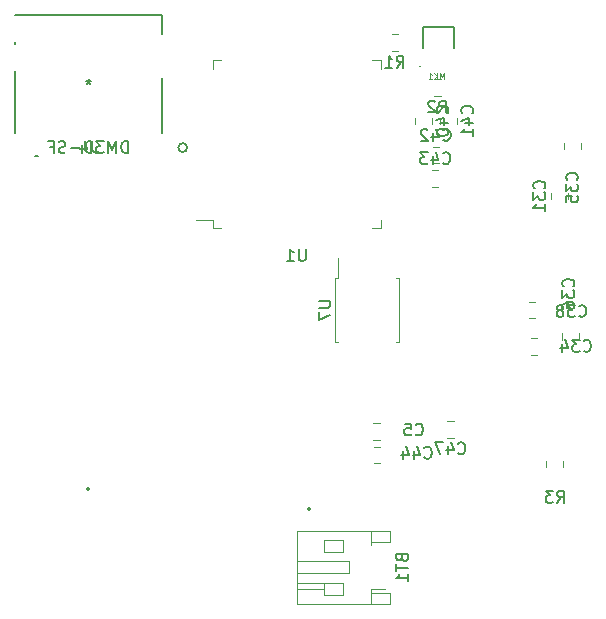
<source format=gbr>
G04 #@! TF.GenerationSoftware,KiCad,Pcbnew,(5.1.6)-1*
G04 #@! TF.CreationDate,2020-10-17T23:58:27+09:00*
G04 #@! TF.ProjectId,guardianCam_Wifi,67756172-6469-4616-9e43-616d5f576966,rev?*
G04 #@! TF.SameCoordinates,Original*
G04 #@! TF.FileFunction,Legend,Bot*
G04 #@! TF.FilePolarity,Positive*
%FSLAX46Y46*%
G04 Gerber Fmt 4.6, Leading zero omitted, Abs format (unit mm)*
G04 Created by KiCad (PCBNEW (5.1.6)-1) date 2020-10-17 23:58:27*
%MOMM*%
%LPD*%
G01*
G04 APERTURE LIST*
%ADD10C,0.120000*%
%ADD11C,0.152400*%
%ADD12C,0.127000*%
%ADD13C,0.100000*%
%ADD14C,0.150000*%
%ADD15C,0.015000*%
G04 APERTURE END LIST*
D10*
X133396252Y-143010000D02*
X132873748Y-143010000D01*
X133396252Y-144430000D02*
X132873748Y-144430000D01*
X139123748Y-142270000D02*
X139646252Y-142270000D01*
X139123748Y-140850000D02*
X139646252Y-140850000D01*
X133381252Y-141050000D02*
X132858748Y-141050000D01*
X133381252Y-142470000D02*
X132858748Y-142470000D01*
D11*
X127521000Y-148294000D02*
G75*
G03*
X127521000Y-148294000I-127000J0D01*
G01*
X117096600Y-117700701D02*
G75*
G03*
X117096600Y-117700701I-381000J0D01*
G01*
X102542400Y-108966261D02*
X102542400Y-108732730D01*
X114937600Y-111831142D02*
X114937600Y-116466261D01*
X114937600Y-106473700D02*
X114937600Y-108116260D01*
X102542400Y-106473700D02*
X114937600Y-106473700D01*
X102542400Y-116466261D02*
X102542400Y-111181141D01*
X104475548Y-118386300D02*
X104185000Y-118386300D01*
X108801000Y-146596000D02*
G75*
G03*
X108801000Y-146596000I-127000J0D01*
G01*
D10*
X135055000Y-131430000D02*
X135055000Y-134155000D01*
X135055000Y-134155000D02*
X134795000Y-134155000D01*
X135055000Y-131430000D02*
X135055000Y-128705000D01*
X135055000Y-128705000D02*
X134795000Y-128705000D01*
X129605000Y-131430000D02*
X129605000Y-134155000D01*
X129605000Y-134155000D02*
X129865000Y-134155000D01*
X129605000Y-131430000D02*
X129605000Y-128705000D01*
X129605000Y-128705000D02*
X129865000Y-128705000D01*
X129865000Y-128705000D02*
X129865000Y-127030000D01*
X148910000Y-144726252D02*
X148910000Y-144203748D01*
X147490000Y-144726252D02*
X147490000Y-144203748D01*
X138023748Y-113330000D02*
X138546252Y-113330000D01*
X138023748Y-111910000D02*
X138546252Y-111910000D01*
X134393748Y-109530000D02*
X134916252Y-109530000D01*
X134393748Y-108110000D02*
X134916252Y-108110000D01*
D12*
X139705000Y-109260000D02*
X139705000Y-107520000D01*
X139705000Y-107520000D02*
X137055000Y-107520000D01*
X137055000Y-107520000D02*
X137055000Y-109260000D01*
D13*
X136852000Y-110792000D02*
G75*
G03*
X136852000Y-110792000I-50000J0D01*
G01*
D10*
X138366252Y-119580000D02*
X137843748Y-119580000D01*
X138366252Y-121000000D02*
X137843748Y-121000000D01*
X138386252Y-117620000D02*
X137863748Y-117620000D01*
X138386252Y-119040000D02*
X137863748Y-119040000D01*
X139910000Y-115691252D02*
X139910000Y-115168748D01*
X138490000Y-115691252D02*
X138490000Y-115168748D01*
X137810000Y-115686252D02*
X137810000Y-115163748D01*
X136390000Y-115686252D02*
X136390000Y-115163748D01*
X146028748Y-132150000D02*
X146551252Y-132150000D01*
X146028748Y-130730000D02*
X146551252Y-130730000D01*
X150230000Y-133956252D02*
X150230000Y-133433748D01*
X148810000Y-133956252D02*
X148810000Y-133433748D01*
X149000000Y-117308748D02*
X149000000Y-117831252D01*
X150420000Y-117308748D02*
X150420000Y-117831252D01*
X146173748Y-135220000D02*
X146696252Y-135220000D01*
X146173748Y-133800000D02*
X146696252Y-133800000D01*
X147900000Y-121533748D02*
X147900000Y-122056252D01*
X149320000Y-121533748D02*
X149320000Y-122056252D01*
X132630000Y-155100000D02*
X132630000Y-155380000D01*
X132630000Y-155380000D02*
X134230000Y-155380000D01*
X134230000Y-155380000D02*
X134230000Y-156300000D01*
X134230000Y-156300000D02*
X126410000Y-156300000D01*
X126410000Y-156300000D02*
X126410000Y-150180000D01*
X126410000Y-150180000D02*
X134230000Y-150180000D01*
X134230000Y-150180000D02*
X134230000Y-151100000D01*
X134230000Y-151100000D02*
X132630000Y-151100000D01*
X132630000Y-151100000D02*
X132630000Y-151380000D01*
X126410000Y-153740000D02*
X130770000Y-153740000D01*
X130770000Y-153740000D02*
X130770000Y-152740000D01*
X130770000Y-152740000D02*
X126410000Y-152740000D01*
X132630000Y-156300000D02*
X132630000Y-155380000D01*
X132630000Y-150180000D02*
X132630000Y-151100000D01*
X130270000Y-155540000D02*
X128670000Y-155540000D01*
X128670000Y-155540000D02*
X128670000Y-154540000D01*
X128670000Y-154540000D02*
X130270000Y-154540000D01*
X130270000Y-154540000D02*
X130270000Y-155540000D01*
X130270000Y-150940000D02*
X128670000Y-150940000D01*
X128670000Y-150940000D02*
X128670000Y-151940000D01*
X128670000Y-151940000D02*
X130270000Y-151940000D01*
X130270000Y-151940000D02*
X130270000Y-150940000D01*
X128670000Y-154540000D02*
X126410000Y-154540000D01*
X128670000Y-155040000D02*
X126410000Y-155040000D01*
X132630000Y-155100000D02*
X133845000Y-155100000D01*
X132760000Y-110310000D02*
X133460000Y-110310000D01*
X133460000Y-110310000D02*
X133460000Y-111010000D01*
X119940000Y-110310000D02*
X119240000Y-110310000D01*
X119240000Y-110310000D02*
X119240000Y-111010000D01*
X132760000Y-124530000D02*
X133460000Y-124530000D01*
X133460000Y-124530000D02*
X133460000Y-123830000D01*
X119940000Y-124530000D02*
X119240000Y-124530000D01*
X119240000Y-124530000D02*
X119240000Y-123830000D01*
X119240000Y-123830000D02*
X117875000Y-123830000D01*
D14*
X137172857Y-143927142D02*
X137220476Y-143974761D01*
X137363333Y-144022380D01*
X137458571Y-144022380D01*
X137601428Y-143974761D01*
X137696666Y-143879523D01*
X137744285Y-143784285D01*
X137791904Y-143593809D01*
X137791904Y-143450952D01*
X137744285Y-143260476D01*
X137696666Y-143165238D01*
X137601428Y-143070000D01*
X137458571Y-143022380D01*
X137363333Y-143022380D01*
X137220476Y-143070000D01*
X137172857Y-143117619D01*
X136315714Y-143355714D02*
X136315714Y-144022380D01*
X136553809Y-142974761D02*
X136791904Y-143689047D01*
X136172857Y-143689047D01*
X135363333Y-143355714D02*
X135363333Y-144022380D01*
X135601428Y-142974761D02*
X135839523Y-143689047D01*
X135220476Y-143689047D01*
X140027857Y-143567142D02*
X140075476Y-143614761D01*
X140218333Y-143662380D01*
X140313571Y-143662380D01*
X140456428Y-143614761D01*
X140551666Y-143519523D01*
X140599285Y-143424285D01*
X140646904Y-143233809D01*
X140646904Y-143090952D01*
X140599285Y-142900476D01*
X140551666Y-142805238D01*
X140456428Y-142710000D01*
X140313571Y-142662380D01*
X140218333Y-142662380D01*
X140075476Y-142710000D01*
X140027857Y-142757619D01*
X139170714Y-142995714D02*
X139170714Y-143662380D01*
X139408809Y-142614761D02*
X139646904Y-143329047D01*
X139027857Y-143329047D01*
X138742142Y-142662380D02*
X138075476Y-142662380D01*
X138504047Y-143662380D01*
X136431666Y-141967142D02*
X136479285Y-142014761D01*
X136622142Y-142062380D01*
X136717380Y-142062380D01*
X136860238Y-142014761D01*
X136955476Y-141919523D01*
X137003095Y-141824285D01*
X137050714Y-141633809D01*
X137050714Y-141490952D01*
X137003095Y-141300476D01*
X136955476Y-141205238D01*
X136860238Y-141110000D01*
X136717380Y-141062380D01*
X136622142Y-141062380D01*
X136479285Y-141110000D01*
X136431666Y-141157619D01*
X135526904Y-141062380D02*
X136003095Y-141062380D01*
X136050714Y-141538571D01*
X136003095Y-141490952D01*
X135907857Y-141443333D01*
X135669761Y-141443333D01*
X135574523Y-141490952D01*
X135526904Y-141538571D01*
X135479285Y-141633809D01*
X135479285Y-141871904D01*
X135526904Y-141967142D01*
X135574523Y-142014761D01*
X135669761Y-142062380D01*
X135907857Y-142062380D01*
X136003095Y-142014761D01*
X136050714Y-141967142D01*
X109073333Y-117153081D02*
X109073333Y-117867367D01*
X109120952Y-118010224D01*
X109216190Y-118105462D01*
X109359047Y-118153081D01*
X109454285Y-118153081D01*
X108168571Y-117486415D02*
X108168571Y-118153081D01*
X108406666Y-117105462D02*
X108644761Y-117819748D01*
X108025714Y-117819748D01*
X112073333Y-118153081D02*
X112073333Y-117153081D01*
X111835238Y-117153081D01*
X111692380Y-117200701D01*
X111597142Y-117295939D01*
X111549523Y-117391177D01*
X111501904Y-117581653D01*
X111501904Y-117724510D01*
X111549523Y-117914986D01*
X111597142Y-118010224D01*
X111692380Y-118105462D01*
X111835238Y-118153081D01*
X112073333Y-118153081D01*
X111073333Y-118153081D02*
X111073333Y-117153081D01*
X110740000Y-117867367D01*
X110406666Y-117153081D01*
X110406666Y-118153081D01*
X110025714Y-117153081D02*
X109406666Y-117153081D01*
X109740000Y-117534034D01*
X109597142Y-117534034D01*
X109501904Y-117581653D01*
X109454285Y-117629272D01*
X109406666Y-117724510D01*
X109406666Y-117962605D01*
X109454285Y-118057843D01*
X109501904Y-118105462D01*
X109597142Y-118153081D01*
X109882857Y-118153081D01*
X109978095Y-118105462D01*
X110025714Y-118057843D01*
X108978095Y-118153081D02*
X108978095Y-117153081D01*
X108740000Y-117153081D01*
X108597142Y-117200701D01*
X108501904Y-117295939D01*
X108454285Y-117391177D01*
X108406666Y-117581653D01*
X108406666Y-117724510D01*
X108454285Y-117914986D01*
X108501904Y-118010224D01*
X108597142Y-118105462D01*
X108740000Y-118153081D01*
X108978095Y-118153081D01*
X107978095Y-117772129D02*
X107216190Y-117772129D01*
X106787619Y-118105462D02*
X106644761Y-118153081D01*
X106406666Y-118153081D01*
X106311428Y-118105462D01*
X106263809Y-118057843D01*
X106216190Y-117962605D01*
X106216190Y-117867367D01*
X106263809Y-117772129D01*
X106311428Y-117724510D01*
X106406666Y-117676891D01*
X106597142Y-117629272D01*
X106692380Y-117581653D01*
X106740000Y-117534034D01*
X106787619Y-117438796D01*
X106787619Y-117343558D01*
X106740000Y-117248320D01*
X106692380Y-117200701D01*
X106597142Y-117153081D01*
X106359047Y-117153081D01*
X106216190Y-117200701D01*
X105454285Y-117629272D02*
X105787619Y-117629272D01*
X105787619Y-118153081D02*
X105787619Y-117153081D01*
X105311428Y-117153081D01*
X108740000Y-111882380D02*
X108740000Y-112120476D01*
X108978095Y-112025238D02*
X108740000Y-112120476D01*
X108501904Y-112025238D01*
X108882857Y-112310952D02*
X108740000Y-112120476D01*
X108597142Y-112310952D01*
X128222380Y-130668095D02*
X129031904Y-130668095D01*
X129127142Y-130715714D01*
X129174761Y-130763333D01*
X129222380Y-130858571D01*
X129222380Y-131049047D01*
X129174761Y-131144285D01*
X129127142Y-131191904D01*
X129031904Y-131239523D01*
X128222380Y-131239523D01*
X128222380Y-131620476D02*
X128222380Y-132287142D01*
X129222380Y-131858571D01*
X148406666Y-147757380D02*
X148740000Y-147281190D01*
X148978095Y-147757380D02*
X148978095Y-146757380D01*
X148597142Y-146757380D01*
X148501904Y-146805000D01*
X148454285Y-146852619D01*
X148406666Y-146947857D01*
X148406666Y-147090714D01*
X148454285Y-147185952D01*
X148501904Y-147233571D01*
X148597142Y-147281190D01*
X148978095Y-147281190D01*
X148073333Y-146757380D02*
X147454285Y-146757380D01*
X147787619Y-147138333D01*
X147644761Y-147138333D01*
X147549523Y-147185952D01*
X147501904Y-147233571D01*
X147454285Y-147328809D01*
X147454285Y-147566904D01*
X147501904Y-147662142D01*
X147549523Y-147709761D01*
X147644761Y-147757380D01*
X147930476Y-147757380D01*
X148025714Y-147709761D01*
X148073333Y-147662142D01*
X138451666Y-114722380D02*
X138785000Y-114246190D01*
X139023095Y-114722380D02*
X139023095Y-113722380D01*
X138642142Y-113722380D01*
X138546904Y-113770000D01*
X138499285Y-113817619D01*
X138451666Y-113912857D01*
X138451666Y-114055714D01*
X138499285Y-114150952D01*
X138546904Y-114198571D01*
X138642142Y-114246190D01*
X139023095Y-114246190D01*
X138070714Y-113817619D02*
X138023095Y-113770000D01*
X137927857Y-113722380D01*
X137689761Y-113722380D01*
X137594523Y-113770000D01*
X137546904Y-113817619D01*
X137499285Y-113912857D01*
X137499285Y-114008095D01*
X137546904Y-114150952D01*
X138118333Y-114722380D01*
X137499285Y-114722380D01*
X134821666Y-110922380D02*
X135155000Y-110446190D01*
X135393095Y-110922380D02*
X135393095Y-109922380D01*
X135012142Y-109922380D01*
X134916904Y-109970000D01*
X134869285Y-110017619D01*
X134821666Y-110112857D01*
X134821666Y-110255714D01*
X134869285Y-110350952D01*
X134916904Y-110398571D01*
X135012142Y-110446190D01*
X135393095Y-110446190D01*
X133869285Y-110922380D02*
X134440714Y-110922380D01*
X134155000Y-110922380D02*
X134155000Y-109922380D01*
X134250238Y-110065238D01*
X134345476Y-110160476D01*
X134440714Y-110208095D01*
D15*
X138829834Y-111873634D02*
X138829834Y-111391205D01*
X138669024Y-111735797D01*
X138508214Y-111391205D01*
X138508214Y-111873634D01*
X138278486Y-111873634D02*
X138278486Y-111391205D01*
X138002813Y-111873634D02*
X138209568Y-111597960D01*
X138002813Y-111391205D02*
X138278486Y-111666879D01*
X137543356Y-111873634D02*
X137819030Y-111873634D01*
X137681193Y-111873634D02*
X137681193Y-111391205D01*
X137727139Y-111460124D01*
X137773085Y-111506069D01*
X137819030Y-111529042D01*
D14*
X138747857Y-118997142D02*
X138795476Y-119044761D01*
X138938333Y-119092380D01*
X139033571Y-119092380D01*
X139176428Y-119044761D01*
X139271666Y-118949523D01*
X139319285Y-118854285D01*
X139366904Y-118663809D01*
X139366904Y-118520952D01*
X139319285Y-118330476D01*
X139271666Y-118235238D01*
X139176428Y-118140000D01*
X139033571Y-118092380D01*
X138938333Y-118092380D01*
X138795476Y-118140000D01*
X138747857Y-118187619D01*
X137890714Y-118425714D02*
X137890714Y-119092380D01*
X138128809Y-118044761D02*
X138366904Y-118759047D01*
X137747857Y-118759047D01*
X137462142Y-118092380D02*
X136843095Y-118092380D01*
X137176428Y-118473333D01*
X137033571Y-118473333D01*
X136938333Y-118520952D01*
X136890714Y-118568571D01*
X136843095Y-118663809D01*
X136843095Y-118901904D01*
X136890714Y-118997142D01*
X136938333Y-119044761D01*
X137033571Y-119092380D01*
X137319285Y-119092380D01*
X137414523Y-119044761D01*
X137462142Y-118997142D01*
X138767857Y-117037142D02*
X138815476Y-117084761D01*
X138958333Y-117132380D01*
X139053571Y-117132380D01*
X139196428Y-117084761D01*
X139291666Y-116989523D01*
X139339285Y-116894285D01*
X139386904Y-116703809D01*
X139386904Y-116560952D01*
X139339285Y-116370476D01*
X139291666Y-116275238D01*
X139196428Y-116180000D01*
X139053571Y-116132380D01*
X138958333Y-116132380D01*
X138815476Y-116180000D01*
X138767857Y-116227619D01*
X137910714Y-116465714D02*
X137910714Y-117132380D01*
X138148809Y-116084761D02*
X138386904Y-116799047D01*
X137767857Y-116799047D01*
X137434523Y-116227619D02*
X137386904Y-116180000D01*
X137291666Y-116132380D01*
X137053571Y-116132380D01*
X136958333Y-116180000D01*
X136910714Y-116227619D01*
X136863095Y-116322857D01*
X136863095Y-116418095D01*
X136910714Y-116560952D01*
X137482142Y-117132380D01*
X136863095Y-117132380D01*
X141207142Y-114787142D02*
X141254761Y-114739523D01*
X141302380Y-114596666D01*
X141302380Y-114501428D01*
X141254761Y-114358571D01*
X141159523Y-114263333D01*
X141064285Y-114215714D01*
X140873809Y-114168095D01*
X140730952Y-114168095D01*
X140540476Y-114215714D01*
X140445238Y-114263333D01*
X140350000Y-114358571D01*
X140302380Y-114501428D01*
X140302380Y-114596666D01*
X140350000Y-114739523D01*
X140397619Y-114787142D01*
X140635714Y-115644285D02*
X141302380Y-115644285D01*
X140254761Y-115406190D02*
X140969047Y-115168095D01*
X140969047Y-115787142D01*
X141302380Y-116691904D02*
X141302380Y-116120476D01*
X141302380Y-116406190D02*
X140302380Y-116406190D01*
X140445238Y-116310952D01*
X140540476Y-116215714D01*
X140588095Y-116120476D01*
X139107142Y-114782142D02*
X139154761Y-114734523D01*
X139202380Y-114591666D01*
X139202380Y-114496428D01*
X139154761Y-114353571D01*
X139059523Y-114258333D01*
X138964285Y-114210714D01*
X138773809Y-114163095D01*
X138630952Y-114163095D01*
X138440476Y-114210714D01*
X138345238Y-114258333D01*
X138250000Y-114353571D01*
X138202380Y-114496428D01*
X138202380Y-114591666D01*
X138250000Y-114734523D01*
X138297619Y-114782142D01*
X138535714Y-115639285D02*
X139202380Y-115639285D01*
X138154761Y-115401190D02*
X138869047Y-115163095D01*
X138869047Y-115782142D01*
X138202380Y-116353571D02*
X138202380Y-116448809D01*
X138250000Y-116544047D01*
X138297619Y-116591666D01*
X138392857Y-116639285D01*
X138583333Y-116686904D01*
X138821428Y-116686904D01*
X139011904Y-116639285D01*
X139107142Y-116591666D01*
X139154761Y-116544047D01*
X139202380Y-116448809D01*
X139202380Y-116353571D01*
X139154761Y-116258333D01*
X139107142Y-116210714D01*
X139011904Y-116163095D01*
X138821428Y-116115476D01*
X138583333Y-116115476D01*
X138392857Y-116163095D01*
X138297619Y-116210714D01*
X138250000Y-116258333D01*
X138202380Y-116353571D01*
X150272857Y-131937142D02*
X150320476Y-131984761D01*
X150463333Y-132032380D01*
X150558571Y-132032380D01*
X150701428Y-131984761D01*
X150796666Y-131889523D01*
X150844285Y-131794285D01*
X150891904Y-131603809D01*
X150891904Y-131460952D01*
X150844285Y-131270476D01*
X150796666Y-131175238D01*
X150701428Y-131080000D01*
X150558571Y-131032380D01*
X150463333Y-131032380D01*
X150320476Y-131080000D01*
X150272857Y-131127619D01*
X149939523Y-131032380D02*
X149320476Y-131032380D01*
X149653809Y-131413333D01*
X149510952Y-131413333D01*
X149415714Y-131460952D01*
X149368095Y-131508571D01*
X149320476Y-131603809D01*
X149320476Y-131841904D01*
X149368095Y-131937142D01*
X149415714Y-131984761D01*
X149510952Y-132032380D01*
X149796666Y-132032380D01*
X149891904Y-131984761D01*
X149939523Y-131937142D01*
X148749047Y-131460952D02*
X148844285Y-131413333D01*
X148891904Y-131365714D01*
X148939523Y-131270476D01*
X148939523Y-131222857D01*
X148891904Y-131127619D01*
X148844285Y-131080000D01*
X148749047Y-131032380D01*
X148558571Y-131032380D01*
X148463333Y-131080000D01*
X148415714Y-131127619D01*
X148368095Y-131222857D01*
X148368095Y-131270476D01*
X148415714Y-131365714D01*
X148463333Y-131413333D01*
X148558571Y-131460952D01*
X148749047Y-131460952D01*
X148844285Y-131508571D01*
X148891904Y-131556190D01*
X148939523Y-131651428D01*
X148939523Y-131841904D01*
X148891904Y-131937142D01*
X148844285Y-131984761D01*
X148749047Y-132032380D01*
X148558571Y-132032380D01*
X148463333Y-131984761D01*
X148415714Y-131937142D01*
X148368095Y-131841904D01*
X148368095Y-131651428D01*
X148415714Y-131556190D01*
X148463333Y-131508571D01*
X148558571Y-131460952D01*
X149767142Y-129452142D02*
X149814761Y-129404523D01*
X149862380Y-129261666D01*
X149862380Y-129166428D01*
X149814761Y-129023571D01*
X149719523Y-128928333D01*
X149624285Y-128880714D01*
X149433809Y-128833095D01*
X149290952Y-128833095D01*
X149100476Y-128880714D01*
X149005238Y-128928333D01*
X148910000Y-129023571D01*
X148862380Y-129166428D01*
X148862380Y-129261666D01*
X148910000Y-129404523D01*
X148957619Y-129452142D01*
X148862380Y-129785476D02*
X148862380Y-130404523D01*
X149243333Y-130071190D01*
X149243333Y-130214047D01*
X149290952Y-130309285D01*
X149338571Y-130356904D01*
X149433809Y-130404523D01*
X149671904Y-130404523D01*
X149767142Y-130356904D01*
X149814761Y-130309285D01*
X149862380Y-130214047D01*
X149862380Y-129928333D01*
X149814761Y-129833095D01*
X149767142Y-129785476D01*
X148862380Y-131261666D02*
X148862380Y-131071190D01*
X148910000Y-130975952D01*
X148957619Y-130928333D01*
X149100476Y-130833095D01*
X149290952Y-130785476D01*
X149671904Y-130785476D01*
X149767142Y-130833095D01*
X149814761Y-130880714D01*
X149862380Y-130975952D01*
X149862380Y-131166428D01*
X149814761Y-131261666D01*
X149767142Y-131309285D01*
X149671904Y-131356904D01*
X149433809Y-131356904D01*
X149338571Y-131309285D01*
X149290952Y-131261666D01*
X149243333Y-131166428D01*
X149243333Y-130975952D01*
X149290952Y-130880714D01*
X149338571Y-130833095D01*
X149433809Y-130785476D01*
X150087142Y-120437142D02*
X150134761Y-120389523D01*
X150182380Y-120246666D01*
X150182380Y-120151428D01*
X150134761Y-120008571D01*
X150039523Y-119913333D01*
X149944285Y-119865714D01*
X149753809Y-119818095D01*
X149610952Y-119818095D01*
X149420476Y-119865714D01*
X149325238Y-119913333D01*
X149230000Y-120008571D01*
X149182380Y-120151428D01*
X149182380Y-120246666D01*
X149230000Y-120389523D01*
X149277619Y-120437142D01*
X149182380Y-120770476D02*
X149182380Y-121389523D01*
X149563333Y-121056190D01*
X149563333Y-121199047D01*
X149610952Y-121294285D01*
X149658571Y-121341904D01*
X149753809Y-121389523D01*
X149991904Y-121389523D01*
X150087142Y-121341904D01*
X150134761Y-121294285D01*
X150182380Y-121199047D01*
X150182380Y-120913333D01*
X150134761Y-120818095D01*
X150087142Y-120770476D01*
X149182380Y-122294285D02*
X149182380Y-121818095D01*
X149658571Y-121770476D01*
X149610952Y-121818095D01*
X149563333Y-121913333D01*
X149563333Y-122151428D01*
X149610952Y-122246666D01*
X149658571Y-122294285D01*
X149753809Y-122341904D01*
X149991904Y-122341904D01*
X150087142Y-122294285D01*
X150134761Y-122246666D01*
X150182380Y-122151428D01*
X150182380Y-121913333D01*
X150134761Y-121818095D01*
X150087142Y-121770476D01*
X150647857Y-134887142D02*
X150695476Y-134934761D01*
X150838333Y-134982380D01*
X150933571Y-134982380D01*
X151076428Y-134934761D01*
X151171666Y-134839523D01*
X151219285Y-134744285D01*
X151266904Y-134553809D01*
X151266904Y-134410952D01*
X151219285Y-134220476D01*
X151171666Y-134125238D01*
X151076428Y-134030000D01*
X150933571Y-133982380D01*
X150838333Y-133982380D01*
X150695476Y-134030000D01*
X150647857Y-134077619D01*
X150314523Y-133982380D02*
X149695476Y-133982380D01*
X150028809Y-134363333D01*
X149885952Y-134363333D01*
X149790714Y-134410952D01*
X149743095Y-134458571D01*
X149695476Y-134553809D01*
X149695476Y-134791904D01*
X149743095Y-134887142D01*
X149790714Y-134934761D01*
X149885952Y-134982380D01*
X150171666Y-134982380D01*
X150266904Y-134934761D01*
X150314523Y-134887142D01*
X148838333Y-134315714D02*
X148838333Y-134982380D01*
X149076428Y-133934761D02*
X149314523Y-134649047D01*
X148695476Y-134649047D01*
X147317142Y-121152142D02*
X147364761Y-121104523D01*
X147412380Y-120961666D01*
X147412380Y-120866428D01*
X147364761Y-120723571D01*
X147269523Y-120628333D01*
X147174285Y-120580714D01*
X146983809Y-120533095D01*
X146840952Y-120533095D01*
X146650476Y-120580714D01*
X146555238Y-120628333D01*
X146460000Y-120723571D01*
X146412380Y-120866428D01*
X146412380Y-120961666D01*
X146460000Y-121104523D01*
X146507619Y-121152142D01*
X146412380Y-121485476D02*
X146412380Y-122104523D01*
X146793333Y-121771190D01*
X146793333Y-121914047D01*
X146840952Y-122009285D01*
X146888571Y-122056904D01*
X146983809Y-122104523D01*
X147221904Y-122104523D01*
X147317142Y-122056904D01*
X147364761Y-122009285D01*
X147412380Y-121914047D01*
X147412380Y-121628333D01*
X147364761Y-121533095D01*
X147317142Y-121485476D01*
X147412380Y-123056904D02*
X147412380Y-122485476D01*
X147412380Y-122771190D02*
X146412380Y-122771190D01*
X146555238Y-122675952D01*
X146650476Y-122580714D01*
X146698095Y-122485476D01*
X135248571Y-152454285D02*
X135296190Y-152597142D01*
X135343809Y-152644761D01*
X135439047Y-152692380D01*
X135581904Y-152692380D01*
X135677142Y-152644761D01*
X135724761Y-152597142D01*
X135772380Y-152501904D01*
X135772380Y-152120952D01*
X134772380Y-152120952D01*
X134772380Y-152454285D01*
X134820000Y-152549523D01*
X134867619Y-152597142D01*
X134962857Y-152644761D01*
X135058095Y-152644761D01*
X135153333Y-152597142D01*
X135200952Y-152549523D01*
X135248571Y-152454285D01*
X135248571Y-152120952D01*
X134772380Y-152978095D02*
X134772380Y-153549523D01*
X135772380Y-153263809D02*
X134772380Y-153263809D01*
X135772380Y-154406666D02*
X135772380Y-153835238D01*
X135772380Y-154120952D02*
X134772380Y-154120952D01*
X134915238Y-154025714D01*
X135010476Y-153930476D01*
X135058095Y-153835238D01*
X127111904Y-126292380D02*
X127111904Y-127101904D01*
X127064285Y-127197142D01*
X127016666Y-127244761D01*
X126921428Y-127292380D01*
X126730952Y-127292380D01*
X126635714Y-127244761D01*
X126588095Y-127197142D01*
X126540476Y-127101904D01*
X126540476Y-126292380D01*
X125540476Y-127292380D02*
X126111904Y-127292380D01*
X125826190Y-127292380D02*
X125826190Y-126292380D01*
X125921428Y-126435238D01*
X126016666Y-126530476D01*
X126111904Y-126578095D01*
M02*

</source>
